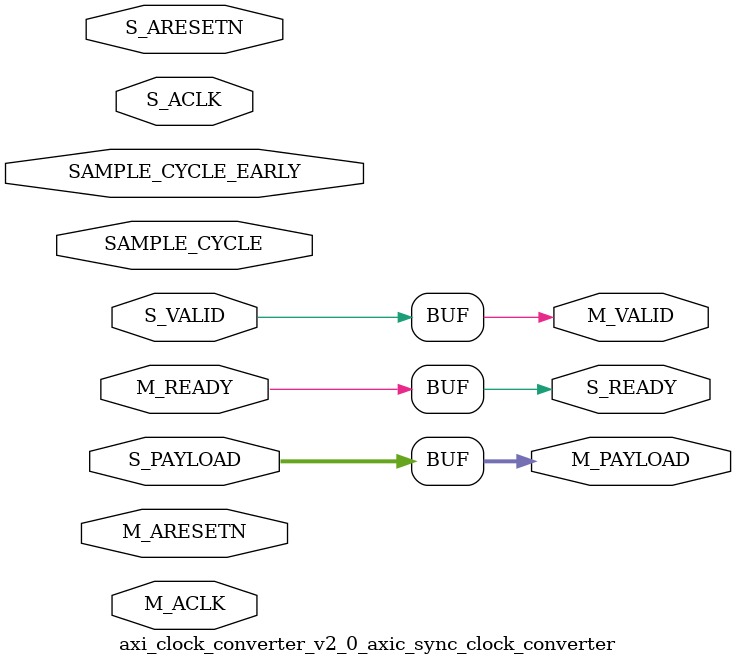
<source format=v>

`timescale 1ps/1ps
`default_nettype none

module axi_clock_converter_v2_0_axic_sync_clock_converter # (
///////////////////////////////////////////////////////////////////////////////
// Parameter Definitions
///////////////////////////////////////////////////////////////////////////////
  parameter C_FAMILY     = "virtex6",
  parameter integer C_PAYLOAD_WIDTH = 32,
  parameter integer C_S_ACLK_RATIO = 1,
  parameter integer C_M_ACLK_RATIO = 1 ,
  parameter integer C_MODE = 0  // 0 = light-weight (1-deep); 1 = fully-pipelined (2-deep)
  )
 (
///////////////////////////////////////////////////////////////////////////////
// Port Declarations
///////////////////////////////////////////////////////////////////////////////
  input wire                    SAMPLE_CYCLE_EARLY,
  input wire                    SAMPLE_CYCLE,
  // Slave side
  input  wire                        S_ACLK,
  input  wire                        S_ARESETN,
  input  wire [C_PAYLOAD_WIDTH-1:0] S_PAYLOAD,
  input  wire                        S_VALID,
  output wire                        S_READY,

  // Master side
  input  wire                        M_ACLK,
  input  wire                        M_ARESETN,
  output wire [C_PAYLOAD_WIDTH-1:0] M_PAYLOAD,
  output wire                        M_VALID,
  input  wire                        M_READY
);

////////////////////////////////////////////////////////////////////////////////
// Functions
////////////////////////////////////////////////////////////////////////////////

////////////////////////////////////////////////////////////////////////////////
// Local parameters
////////////////////////////////////////////////////////////////////////////////
localparam [1:0] ZERO = 2'b10;
localparam [1:0] ONE  = 2'b11;
localparam [1:0] TWO  = 2'b01;
localparam [1:0] INIT = 2'b00;
localparam integer P_LIGHT_WT = 0;
localparam integer P_FULLY_REG = 1;

////////////////////////////////////////////////////////////////////////////////
// Wires/Reg declarations
////////////////////////////////////////////////////////////////////////////////

////////////////////////////////////////////////////////////////////////////////
// BEGIN RTL
////////////////////////////////////////////////////////////////////////////////

generate
  if (C_S_ACLK_RATIO == C_M_ACLK_RATIO) begin : gen_passthru
    assign M_PAYLOAD = S_PAYLOAD;
    assign M_VALID   = S_VALID;
    assign S_READY   = M_READY;      
  end else begin : gen_sync_clock_converter
    wire s_sample_cycle;
    wire s_sample_cycle_early;
    wire m_sample_cycle;
    wire m_sample_cycle_early;

    wire slow_aclk;
    wire slow_areset;
    reg  s_areset_r;
    reg  m_areset_r;
   
    reg  s_tready_r; 
    wire s_tready_ns; 
    reg  m_tvalid_r; 
    wire m_tvalid_ns; 
    reg  [C_PAYLOAD_WIDTH-1:0] m_tpayload_r;
    reg  [C_PAYLOAD_WIDTH-1:0] m_tstorage_r;
    wire [C_PAYLOAD_WIDTH-1:0] m_tpayload_ns; 
    wire [C_PAYLOAD_WIDTH-1:0] m_tstorage_ns; 
    reg  m_tready_hold;
    wire m_tready_sample;
    wire load_tpayload;
    wire load_tstorage;
    wire load_tpayload_from_tstorage;
    reg [1:0] state;
    reg [1:0] next_state;
    
    always @(posedge S_ACLK) begin
      s_areset_r <= (~S_ARESETN | ~M_ARESETN);
    end
  
    always @(posedge M_ACLK) begin
      m_areset_r <= (~S_ARESETN | ~M_ARESETN);
    end

    assign slow_aclk   = (C_S_ACLK_RATIO > C_M_ACLK_RATIO) ? M_ACLK   : S_ACLK;
    assign slow_areset = (C_S_ACLK_RATIO > C_M_ACLK_RATIO) ? m_areset_r : s_areset_r;
    assign s_sample_cycle_early = (C_S_ACLK_RATIO > C_M_ACLK_RATIO) ? SAMPLE_CYCLE_EARLY : 1'b1;
    assign s_sample_cycle       = (C_S_ACLK_RATIO > C_M_ACLK_RATIO) ? SAMPLE_CYCLE : 1'b1;
    assign m_sample_cycle_early = (C_S_ACLK_RATIO > C_M_ACLK_RATIO) ? 1'b1 : SAMPLE_CYCLE_EARLY;
    assign m_sample_cycle       = (C_S_ACLK_RATIO > C_M_ACLK_RATIO) ? 1'b1 : SAMPLE_CYCLE;

    // Output flop for S_READY, value is encoded into state machine.
    assign s_tready_ns = (C_S_ACLK_RATIO > C_M_ACLK_RATIO) ? state[1] & (state != INIT) : next_state[1];

    always @(posedge S_ACLK) begin 
      if (s_areset_r) begin
        s_tready_r <= 1'b0;
      end
      else begin
        s_tready_r <= s_sample_cycle_early ? s_tready_ns : 1'b0;
      end
    end

    assign S_READY = s_tready_r;

    // Output flop for M_VALID
    assign m_tvalid_ns = next_state[0];

    always @(posedge M_ACLK) begin 
      if (m_areset_r) begin
        m_tvalid_r <= 1'b0;
      end
      else begin
        m_tvalid_r <= m_sample_cycle ? m_tvalid_ns : m_tvalid_r & ~M_READY;
      end
    end

    assign M_VALID = m_tvalid_r;

    // Hold register for M_READY when M_ACLK is fast.
    always @(posedge M_ACLK) begin 
      if (m_areset_r) begin
        m_tready_hold <= 1'b0;
      end
      else begin
        m_tready_hold <= m_sample_cycle ? 1'b0 : m_tready_sample;
      end
    end

    assign m_tready_sample = (M_READY ) | m_tready_hold;
    // Output/storage flops for PAYLOAD
    assign m_tpayload_ns = ~load_tpayload ? m_tpayload_r :
                           load_tpayload_from_tstorage ? m_tstorage_r : 
                           S_PAYLOAD;

    assign m_tstorage_ns = C_MODE ? (load_tstorage ? S_PAYLOAD : m_tstorage_r) : 0;

    always @(posedge slow_aclk) begin 
      m_tpayload_r <= m_tpayload_ns;
      m_tstorage_r <= C_MODE ? m_tstorage_ns : 0;
    end

    assign M_PAYLOAD = m_tpayload_r;

    // load logic
    assign load_tstorage = C_MODE && (state != TWO);
    assign load_tpayload = m_tready_sample || (state == ZERO);
    assign load_tpayload_from_tstorage = C_MODE && (state == TWO) && m_tready_sample;
    
    // State machine
    always @(posedge slow_aclk) begin 
      state <= next_state;
    end

    always @* begin 
      if (slow_areset) begin 
        next_state = INIT;
      end else begin
        case (state)
          INIT: begin
            next_state = ZERO;
          end
          // No transaction stored locally
          ZERO: begin
            if (S_VALID) begin
              next_state = C_MODE ? ONE : TWO; // Push from empty
            end
            else begin
              next_state = ZERO;
            end
          end

          // One transaction stored locally
          ONE: begin
            if (C_MODE == 0) begin
              next_state = TWO;  // State ONE is inaccessible when C_MODE=0
            end 
            else if (m_tready_sample & ~S_VALID) begin 
              next_state = ZERO; // Read out one so move to ZERO
            end
            else if (~m_tready_sample & S_VALID) begin
              next_state = TWO;  // Got another one so move to TWO
            end
            else begin
              next_state = ONE;
            end
          end

          // Storage registers full
          TWO: begin 
            if (m_tready_sample) begin
              next_state = C_MODE ? ONE : ZERO; // Pop from full
            end
            else begin
              next_state = TWO;
            end
          end
        endcase // case (state)
      end
    end
  end // gen_sync_clock_converter
  endgenerate
endmodule

`default_nettype wire

</source>
